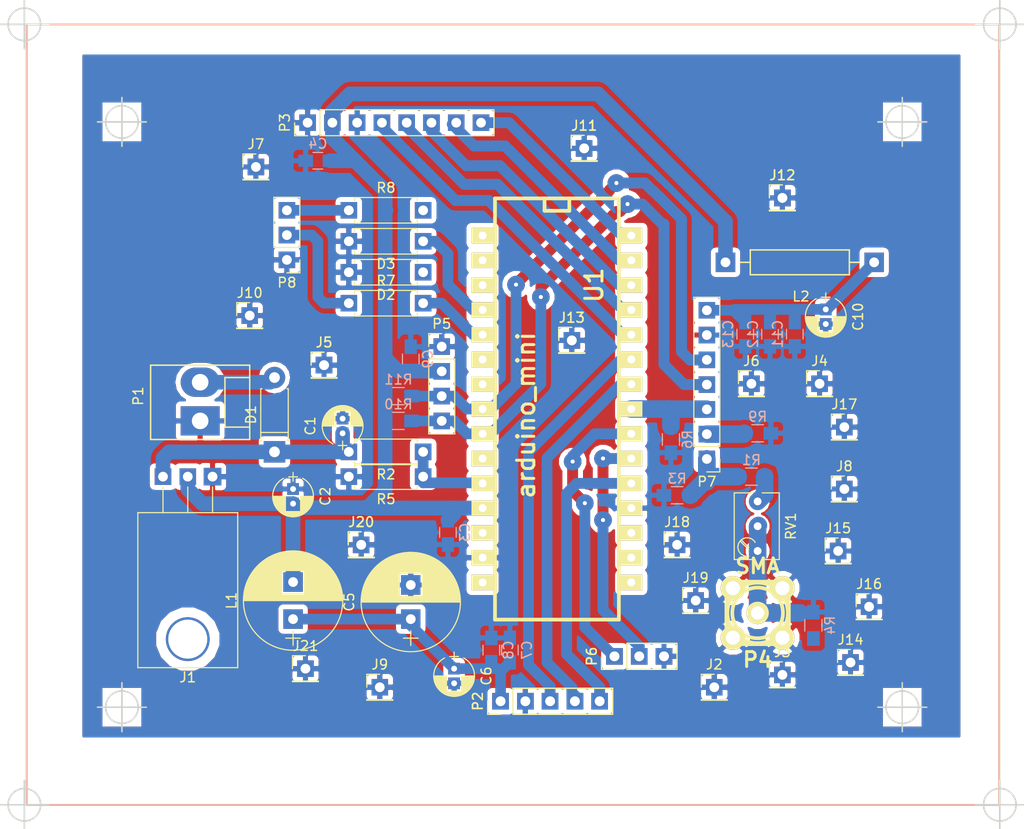
<source format=kicad_pcb>
(kicad_pcb (version 4) (host pcbnew 4.0.7)
  (layers (0 F.Cu signal) (31 B.Cu signal) (34 B.Paste user) (35 F.Paste user) (36 B.SilkS user) (37 F.SilkS user) (38 B.Mask user) (39 F.Mask user) (44 Edge.Cuts user))
  (net 0 "")
  (net 1 VCC)
  (net 2 GND)
  (net 3 +5V)
  (net 4 "Net-(C5-Pad1)")
  (net 5 "Net-(C10-Pad1)")
  (net 6 "Net-(D1-Pad2)")
  (net 7 "Net-(D2-Pad1)")
  (net 8 "Net-(D3-Pad1)")
  (net 9 TX)
  (net 10 RX)
  (net 11 PPS)
  (net 12 "Net-(P3-Pad4)")
  (net 13 "Net-(P3-Pad5)")
  (net 14 "Net-(P3-Pad6)")
  (net 15 "Net-(P3-Pad7)")
  (net 16 "Net-(P3-Pad8)")
  (net 17 "Net-(P4-Pad1)")
  (net 18 SDA)
  (net 19 SCL)
  (net 20 "Net-(P6-Pad1)")
  (net 21 "Net-(P6-Pad2)")
  (net 22 OUT0)
  (net 23 OUT2)
  (net 24 "Net-(P8-Pad2)")
  (net 25 "Net-(R1-Pad1)")
  (net 26 "Net-(R2-Pad1)")
  (net 27 "Net-(P8-Pad3)")
  (net 28 "Net-(P7-Pad2)")
  (module Pin_Headers:Pin_Header_Straight_1x01_Pitch2.54mm (layer F.Cu) (at 88.265 126.365)
    (fp_text reference J13 (at 0 -2.33) (layer F.SilkS))
    (fp_text value Conn_01x01)
    (pad 1 thru_hole rect (at 0 0) (size 1.7 1.7) (drill 1) (layers *.Cu *.Mask) (net 2 GND))
  )
  (module Pin_Headers:Pin_Header_Straight_1x01_Pitch2.54mm (layer F.Cu) (at 66.675 147.32)
    (fp_text reference J20 (at 0 -2.33) (layer F.SilkS))
    (fp_text value Conn_01x01)
    (pad 1 thru_hole rect (at 0 0) (size 1.7 1.7) (drill 1) (layers *.Cu *.Mask) (net 2 GND))
  )
  (module Pin_Headers:Pin_Header_Straight_1x01_Pitch2.54mm (layer F.Cu) (at 115.57 147.955)
    (fp_text reference J15 (at 0 -2.33) (layer F.SilkS))
    (fp_text value Conn_01x01)
    (pad 1 thru_hole rect (at 0 0) (size 1.7 1.7) (drill 1) (layers *.Cu *.Mask) (net 2 GND))
  )
  (module Pin_Headers:Pin_Header_Straight_1x01_Pitch2.54mm (layer F.Cu) (at 116.84 159.385)
    (fp_text reference J14 (at 0 -2.33) (layer F.SilkS))
    (fp_text value Conn_01x01)
    (pad 1 thru_hole rect (at 0 0) (size 1.7 1.7) (drill 1) (layers *.Cu *.Mask) (net 2 GND))
  )
  (module Pin_Headers:Pin_Header_Straight_1x01_Pitch2.54mm (layer F.Cu) (at 109.855 111.76)
    (fp_text reference J12 (at 0 -2.33) (layer F.SilkS))
    (fp_text value Conn_01x01)
    (pad 1 thru_hole rect (at 0 0) (size 1.7 1.7) (drill 1) (layers *.Cu *.Mask) (net 2 GND))
  )
  (module Pin_Headers:Pin_Header_Straight_1x01_Pitch2.54mm (layer F.Cu) (at 89.535 106.68)
    (fp_text reference J11 (at 0 -2.33) (layer F.SilkS))
    (fp_text value Conn_01x01)
    (pad 1 thru_hole rect (at 0 0) (size 1.7 1.7) (drill 1) (layers *.Cu *.Mask) (net 2 GND))
  )
  (module Pin_Headers:Pin_Header_Straight_1x01_Pitch2.54mm (layer F.Cu) (at 106.68 130.81)
    (fp_text reference J6 (at 0 -2.33) (layer F.SilkS))
    (fp_text value Conn_01x01)
    (pad 1 thru_hole rect (at 0 0) (size 1.7 1.7) (drill 1) (layers *.Cu *.Mask) (net 2 GND))
  )
  (module Pin_Headers:Pin_Header_Straight_1x01_Pitch2.54mm (layer F.Cu) (at 62.865 128.905)
    (fp_text reference J5 (at 0 -2.33) (layer F.SilkS))
    (fp_text value Conn_01x01)
    (pad 1 thru_hole rect (at 0 0) (size 1.7 1.7) (drill 1) (layers *.Cu *.Mask) (net 2 GND))
  )
  (module Pin_Headers:Pin_Header_Straight_1x01_Pitch2.54mm (layer F.Cu) (at 109.855 160.655)
    (fp_text reference J3 (at 0 -2.33) (layer F.SilkS))
    (fp_text value Conn_01x01)
    (pad 1 thru_hole rect (at 0 0) (size 1.7 1.7) (drill 1) (layers *.Cu *.Mask) (net 2 GND))
  )
  (module Pin_Headers:Pin_Header_Straight_1x03_Pitch2.54mm (layer F.Cu) (at 92.63888 158.75508 90)
    (fp_text reference P6 (at 0 -2.33 90) (layer F.SilkS))
    (fp_text value CONN_01X03)
    (pad 1 thru_hole rect (at 0 0 90) (size 1.7 1.7) (drill 1) (layers *.Cu *.Mask) (net 20 "Net-(P6-Pad1)"))
    (pad 2 thru_hole rect (at 0 2.54 90) (size 1.7 1.7) (drill 1) (layers *.Cu *.Mask) (net 21 "Net-(P6-Pad2)"))
    (pad 3 thru_hole rect (at 0 5.08 90) (size 1.7 1.7) (drill 1) (layers *.Cu *.Mask) (net 2 GND))
  )
  (module Pin_Headers:Pin_Header_Straight_1x05_Pitch2.54mm (layer F.Cu) (at 80.9625 163.3601 90)
    (fp_text reference P2 (at 0 -2.33 90) (layer F.SilkS))
    (fp_text value GPS)
    (pad 1 thru_hole rect (at 0 0 90) (size 1.7 1.7) (drill 1) (layers *.Cu *.Mask) (net 4 "Net-(C5-Pad1)"))
    (pad 2 thru_hole rect (at 0 2.54 90) (size 1.7 1.7) (drill 1) (layers *.Cu *.Mask) (net 2 GND))
    (pad 3 thru_hole rect (at 0 5.08 90) (size 1.7 1.7) (drill 1) (layers *.Cu *.Mask) (net 9 TX))
    (pad 4 thru_hole rect (at 0 7.62 90) (size 1.7 1.7) (drill 1) (layers *.Cu *.Mask) (net 10 RX))
    (pad 5 thru_hole rect (at 0 10.16 90) (size 1.7 1.7) (drill 1) (layers *.Cu *.Mask) (net 11 PPS))
  )
  (module Capacitors_THT:CP_Radial_D10.0mm_P3.80mm (layer F.Cu) (at 59.69 154.94 90)
    (fp_text reference L1 (at 1.9 -6.31 90) (layer F.SilkS))
    (fp_text value 100uH)
    (pad 1 thru_hole rect (at 0 0 90) (size 2 2) (drill 1) (layers *.Cu *.Mask) (net 4 "Net-(C5-Pad1)"))
    (pad 2 thru_hole rect (at 3.8 0 90) (size 2 2) (drill 1) (layers *.Cu *.Mask) (net 3 +5V))
  )
  (module Capacitors_THT:CP_Radial_D4.0mm_P1.50mm (layer F.Cu) (at 59.69 141.605 270)
    (fp_text reference C2 (at 0.75 -3.31 270) (layer F.SilkS))
    (fp_text value 10uF)
    (pad 1 thru_hole rect (at 0 0 270) (size 1.2 1.2) (drill 0.6) (layers *.Cu *.Mask) (net 2 GND))
    (pad 2 thru_hole rect (at 1.5 0 270) (size 1.2 1.2) (drill 0.6) (layers *.Cu *.Mask) (net 3 +5V))
  )
  (module arduino:arduino_mini (layer F.Cu) (at 86.741 134.6708 270)
    (fp_text reference U1 (at -13.97 -3.81 270) (layer F.SilkS) (effects (font (size 1.778 1.778) (thickness 0.3048))))
    (fp_text value arduino_mini (at -0.635 3.175 270) (layer F.SilkS) (effects (font (size 1.778 1.778) (thickness 0.3048))))
    (pad 1 thru_hole rect (at -19.05 7.62 270) (size 1.5748 2.286) (drill 0.8128) (layers *.Cu *.Mask F.SilkS))
    (pad 2 thru_hole rect (at -16.51 7.62 270) (size 1.5748 2.286) (drill 0.8128) (layers *.Cu *.Mask F.SilkS))
    (pad 3 thru_hole rect (at -13.97 7.62 270) (size 1.5748 2.286) (drill 0.8128) (layers *.Cu *.Mask F.SilkS))
    (pad 4 thru_hole rect (at -11.43 7.62 270) (size 1.5748 2.286) (drill 0.8128) (layers *.Cu *.Mask F.SilkS) (net 8 "Net-(D3-Pad1)"))
    (pad 5 thru_hole rect (at -8.89 7.62 270) (size 1.5748 2.286) (drill 0.8128) (layers *.Cu *.Mask F.SilkS) (net 7 "Net-(D2-Pad1)"))
    (pad 6 thru_hole rect (at -6.35 7.62 270) (size 1.5748 2.286) (drill 0.8128) (layers *.Cu *.Mask F.SilkS))
    (pad 7 thru_hole rect (at -3.81 7.62 270) (size 1.5748 2.286) (drill 0.8128) (layers *.Cu *.Mask F.SilkS))
    (pad 8 thru_hole rect (at -1.27 7.62 270) (size 1.5748 2.286) (drill 0.8128) (layers *.Cu *.Mask F.SilkS) (net 18 SDA))
    (pad 9 thru_hole rect (at 1.27 7.62 270) (size 1.5748 2.286) (drill 0.8128) (layers *.Cu *.Mask F.SilkS) (net 19 SCL))
    (pad 10 thru_hole rect (at 3.81 7.62 270) (size 1.5748 2.286) (drill 0.8128) (layers *.Cu *.Mask F.SilkS))
    (pad 11 thru_hole rect (at 6.35 7.62 270) (size 1.5748 2.286) (drill 0.8128) (layers *.Cu *.Mask F.SilkS) (net 26 "Net-(R2-Pad1)"))
    (pad 12 thru_hole rect (at 8.89 7.62 270) (size 1.5748 2.286) (drill 0.8128) (layers *.Cu *.Mask F.SilkS) (net 3 +5V))
    (pad 13 thru_hole rect (at 11.43 7.62 270) (size 1.5748 2.286) (drill 0.8128) (layers *.Cu *.Mask F.SilkS))
    (pad 14 thru_hole rect (at 13.97 7.62 270) (size 1.5748 2.286) (drill 0.8128) (layers *.Cu *.Mask F.SilkS) (net 2 GND))
    (pad 15 thru_hole rect (at 16.51 7.62 270) (size 1.5748 2.286) (drill 0.8128) (layers *.Cu *.Mask F.SilkS))
    (pad 16 thru_hole rect (at 16.51 -7.62 270) (size 1.5748 2.286) (drill 0.8128) (layers *.Cu *.Mask F.SilkS))
    (pad 17 thru_hole rect (at 13.97 -7.62 270) (size 1.5748 2.286) (drill 0.8128) (layers *.Cu *.Mask F.SilkS))
    (pad 18 thru_hole rect (at 11.43 -7.62 270) (size 1.5748 2.286) (drill 0.8128) (layers *.Cu *.Mask F.SilkS))
    (pad 19 thru_hole rect (at 8.89 -7.62 270) (size 1.5748 2.286) (drill 0.8128) (layers *.Cu *.Mask F.SilkS) (net 2 GND))
    (pad 20 thru_hole rect (at 6.35 -7.62 270) (size 1.5748 2.286) (drill 0.8128) (layers *.Cu *.Mask F.SilkS) (net 11 PPS))
    (pad 21 thru_hole rect (at 3.81 -7.62 270) (size 1.5748 2.286) (drill 0.8128) (layers *.Cu *.Mask F.SilkS) (net 21 "Net-(P6-Pad2)"))
    (pad 22 thru_hole rect (at 1.27 -7.62 270) (size 1.5748 2.286) (drill 0.8128) (layers *.Cu *.Mask F.SilkS) (net 20 "Net-(P6-Pad1)"))
    (pad 23 thru_hole rect (at -1.27 -7.62 270) (size 1.5748 2.286) (drill 0.8128) (layers *.Cu *.Mask F.SilkS) (net 22 OUT0))
    (pad 24 thru_hole rect (at -3.81 -7.62 270) (size 1.5748 2.286) (drill 0.8128) (layers *.Cu *.Mask F.SilkS) (net 10 RX))
    (pad 25 thru_hole rect (at -6.35 -7.62 270) (size 1.5748 2.286) (drill 0.8128) (layers *.Cu *.Mask F.SilkS) (net 9 TX))
    (pad 26 thru_hole rect (at -8.89 -7.62 270) (size 1.5748 2.286) (drill 0.8128) (layers *.Cu *.Mask F.SilkS) (net 12 "Net-(P3-Pad4)"))
    (pad 27 thru_hole rect (at -11.43 -7.62 270) (size 1.5748 2.286) (drill 0.8128) (layers *.Cu *.Mask F.SilkS) (net 13 "Net-(P3-Pad5)"))
    (pad 28 thru_hole rect (at -13.97 -7.62 270) (size 1.5748 2.286) (drill 0.8128) (layers *.Cu *.Mask F.SilkS) (net 14 "Net-(P3-Pad6)"))
    (pad 29 thru_hole rect (at -16.51 -7.62 270) (size 1.5748 2.286) (drill 0.8128) (layers *.Cu *.Mask F.SilkS) (net 15 "Net-(P3-Pad7)"))
    (pad 30 thru_hole rect (at -19.05 -7.62 270) (size 1.5748 2.286) (drill 0.8128) (layers *.Cu *.Mask F.SilkS) (net 16 "Net-(P3-Pad8)"))
  )
  (module Pin_Headers:Pin_Header_Straight_1x04_Pitch2.54mm (layer F.Cu) (at 74.93 127)
    (fp_text reference P5 (at 0 -2.33) (layer F.SilkS))
    (fp_text value LCD)
    (pad 1 thru_hole rect (at 0 0) (size 1.7 1.7) (drill 1) (layers *.Cu *.Mask) (net 2 GND))
    (pad 2 thru_hole rect (at 0 2.54) (size 1.7 1.7) (drill 1) (layers *.Cu *.Mask) (net 3 +5V))
    (pad 3 thru_hole rect (at 0 5.08) (size 1.7 1.7) (drill 1) (layers *.Cu *.Mask) (net 18 SDA))
    (pad 4 thru_hole rect (at 0 7.62) (size 1.7 1.7) (drill 1) (layers *.Cu *.Mask) (net 19 SCL))
  )
  (module Capacitors_THT:CP_Radial_D4.0mm_P1.50mm (layer F.Cu) (at 64.77 135.89 90)
    (fp_text reference C1 (at 0.75 -3.31 90) (layer F.SilkS))
    (fp_text value 10uF)
    (pad 1 thru_hole rect (at 0 0 90) (size 1.2 1.2) (drill 0.6) (layers *.Cu *.Mask) (net 1 VCC))
    (pad 2 thru_hole rect (at 1.5 0 90) (size 1.2 1.2) (drill 0.6) (layers *.Cu *.Mask) (net 2 GND))
  )
  (module Capacitors_THT:CP_Radial_D4.0mm_P1.50mm (layer F.Cu) (at 76.2 160.02 270)
    (fp_text reference C6 (at 0.75 -3.31 270) (layer F.SilkS))
    (fp_text value 1uF)
    (pad 1 thru_hole rect (at 0 0 270) (size 1.2 1.2) (drill 0.6) (layers *.Cu *.Mask) (net 4 "Net-(C5-Pad1)"))
    (pad 2 thru_hole rect (at 1.5 0 270) (size 1.2 1.2) (drill 0.6) (layers *.Cu *.Mask) (net 2 GND))
  )
  (module Capacitors_THT:CP_Radial_D4.0mm_P1.50mm (layer F.Cu) (at 114.3 123.19 270)
    (fp_text reference C10 (at 0.75 -3.31 270) (layer F.SilkS))
    (fp_text value 1uF)
    (pad 1 thru_hole rect (at 0 0 270) (size 1.2 1.2) (drill 0.6) (layers *.Cu *.Mask) (net 5 "Net-(C10-Pad1)"))
    (pad 2 thru_hole rect (at 1.5 0 270) (size 1.2 1.2) (drill 0.6) (layers *.Cu *.Mask) (net 2 GND))
  )
  (module Diodes_THT:D_DO-41_SOD81_P7.62mm_Horizontal (layer F.Cu) (at 57.785 137.795 90)
    (fp_text reference D1 (at 3.81 -2.41 90) (layer F.SilkS))
    (fp_text value D)
    (pad 1 thru_hole rect (at 0 0 90) (size 2.2 2.2) (drill 1.1) (layers *.Cu *.Mask) (net 1 VCC))
    (pad 2 thru_hole oval (at 7.62 0 90) (size 2.2 2.2) (drill 1.1) (layers *.Cu *.Mask) (net 6 "Net-(D1-Pad2)"))
  )
  (module Choke_Axial_ThroughHole:Choke_Horizontal_RM15mm (layer F.Cu) (at 111.76 118.364 180)
    (fp_text reference L2 (at 0 -3.50012 180) (layer F.SilkS))
    (fp_text value VK200)
    (pad 1 thru_hole rect (at -7.50062 0 180) (size 1.99898 1.99898) (drill 1.00076) (layers *.Cu *.Mask) (net 5 "Net-(C10-Pad1)"))
    (pad 2 thru_hole rect (at 7.73938 0 180) (size 1.99898 1.99898) (drill 1.00076) (layers *.Cu *.Mask) (net 3 +5V))
  )
  (module Connectors_Molex:Molex_KK-41791-02_02x3.96mm_Straight (layer F.Cu) (at 50.165 134.62 90)
    (fp_text reference P1 (at 2.54 -6.35 90) (layer F.SilkS))
    (fp_text value Alim)
    (pad 1 thru_hole rect (at 0 0 90) (size 3 4) (drill 1.7) (layers *.Cu *.Mask) (net 2 GND))
    (pad 2 thru_hole oval (at 3.9624 0 90) (size 3 4) (drill 1.7) (layers *.Cu *.Mask) (net 6 "Net-(D1-Pad2)"))
  )
  (module Pin_Headers:Pin_Header_Straight_1x05_Pitch2.54mm (layer F.Cu) (at 80.9625 163.3601 90)
    (fp_text reference P2 (at 0 -2.33 90) (layer F.SilkS))
    (fp_text value GPS)
    (pad 1 thru_hole rect (at 0 0 90) (size 1.7 1.7) (drill 1) (layers *.Cu *.Mask) (net 4 "Net-(C5-Pad1)"))
    (pad 2 thru_hole rect (at 0 2.54 90) (size 1.7 1.7) (drill 1) (layers *.Cu *.Mask) (net 2 GND))
    (pad 3 thru_hole rect (at 0 5.08 90) (size 1.7 1.7) (drill 1) (layers *.Cu *.Mask) (net 9 TX))
    (pad 4 thru_hole rect (at 0 7.62 90) (size 1.7 1.7) (drill 1) (layers *.Cu *.Mask) (net 10 RX))
    (pad 5 thru_hole rect (at 0 10.16 90) (size 1.7 1.7) (drill 1) (layers *.Cu *.Mask) (net 11 PPS))
  )
  (module Pin_Headers:Pin_Header_Straight_1x08_Pitch2.54mm (layer F.Cu) (at 61.17844 104.04856 90)
    (fp_text reference P3 (at 0 -2.33 90) (layer F.SilkS))
    (fp_text value CONN_01X08)
    (pad 1 thru_hole rect (at 0 0 90) (size 1.7 1.7) (drill 1) (layers *.Cu *.Mask) (net 2 GND))
    (pad 2 thru_hole rect (at 0 2.54 90) (size 1.7 1.7) (drill 1) (layers *.Cu *.Mask) (net 3 +5V))
    (pad 3 thru_hole rect (at 0 5.08 90) (size 1.7 1.7) (drill 1) (layers *.Cu *.Mask) (net 2 GND))
    (pad 4 thru_hole rect (at 0 7.62 90) (size 1.7 1.7) (drill 1) (layers *.Cu *.Mask) (net 12 "Net-(P3-Pad4)"))
    (pad 5 thru_hole rect (at 0 10.16 90) (size 1.7 1.7) (drill 1) (layers *.Cu *.Mask) (net 13 "Net-(P3-Pad5)"))
    (pad 6 thru_hole rect (at 0 12.7 90) (size 1.7 1.7) (drill 1) (layers *.Cu *.Mask) (net 14 "Net-(P3-Pad6)"))
    (pad 7 thru_hole rect (at 0 15.24 90) (size 1.7 1.7) (drill 1) (layers *.Cu *.Mask) (net 15 "Net-(P3-Pad7)"))
    (pad 8 thru_hole rect (at 0 17.78 90) (size 1.7 1.7) (drill 1) (layers *.Cu *.Mask) (net 16 "Net-(P3-Pad8)"))
  )
  (module Connectors_RF:sma_straight_32k101-400l5 (layer F.Cu) (at 107.315 154.305)
    (fp_text reference P4 (at 0 4.8) (layer F.SilkS) (effects (font (thickness 0.3048))))
    (fp_text value SMA (at 0 -4.8) (layer F.SilkS) (effects (font (thickness 0.3048))))
    (pad 1 thru_hole circle (at 0 0) (size 2.3 2.3) (drill 1.35) (layers *.Cu *.Mask F.SilkS) (net 17 "Net-(P4-Pad1)"))
    (pad 2 thru_hole circle (at 2.54 -2.54) (size 2.5 2.5) (drill 1.45) (layers *.Cu *.Mask F.SilkS) (net 2 GND))
    (pad 2 thru_hole circle (at -2.54 -2.54) (size 2.5 2.5) (drill 1.45) (layers *.Cu *.Mask F.SilkS) (net 2 GND))
    (pad 2 thru_hole circle (at -2.54 2.54) (size 2.5 2.5) (drill 1.45) (layers *.Cu *.Mask F.SilkS) (net 2 GND))
    (pad 2 thru_hole circle (at 2.54 2.54) (size 2.5 2.5) (drill 1.45) (layers *.Cu *.Mask F.SilkS) (net 2 GND))
  )
  (module Pin_Headers:Pin_Header_Straight_1x03_Pitch2.54mm (layer F.Cu) (at 92.63888 158.75508 90)
    (fp_text reference P6 (at 0 -2.33 90) (layer F.SilkS))
    (fp_text value CONN_01X03)
    (pad 1 thru_hole rect (at 0 0 90) (size 1.7 1.7) (drill 1) (layers *.Cu *.Mask) (net 20 "Net-(P6-Pad1)"))
    (pad 2 thru_hole rect (at 0 2.54 90) (size 1.7 1.7) (drill 1) (layers *.Cu *.Mask) (net 21 "Net-(P6-Pad2)"))
    (pad 3 thru_hole rect (at 0 5.08 90) (size 1.7 1.7) (drill 1) (layers *.Cu *.Mask) (net 2 GND))
  )
  (module Pin_Headers:Pin_Header_Straight_1x07_Pitch2.54mm (layer F.Cu) (at 102.108 138.5189 180)
    (fp_text reference P7 (at 0 -2.33 180) (layer F.SilkS))
    (fp_text value SI5351)
    (pad 1 thru_hole rect (at 0 0 180) (size 1.7 1.7) (drill 1) (layers *.Cu *.Mask) (net 23 OUT2))
    (pad 2 thru_hole rect (at 0 2.54 180) (size 1.7 1.7) (drill 1) (layers *.Cu *.Mask) (net 28 "Net-(P7-Pad2)"))
    (pad 3 thru_hole rect (at 0 5.08 180) (size 1.7 1.7) (drill 1) (layers *.Cu *.Mask) (net 22 OUT0))
    (pad 4 thru_hole rect (at 0 7.62 180) (size 1.7 1.7) (drill 1) (layers *.Cu *.Mask) (net 19 SCL))
    (pad 5 thru_hole rect (at 0 10.16 180) (size 1.7 1.7) (drill 1) (layers *.Cu *.Mask) (net 18 SDA))
    (pad 6 thru_hole rect (at 0 12.7 180) (size 1.7 1.7) (drill 1) (layers *.Cu *.Mask) (net 2 GND))
    (pad 7 thru_hole rect (at 0 15.24 180) (size 1.7 1.7) (drill 1) (layers *.Cu *.Mask) (net 5 "Net-(C10-Pad1)"))
  )
  (module Pin_Headers:Pin_Header_Straight_1x03_Pitch2.54mm (layer F.Cu) (at 59.055 118.11 180)
    (fp_text reference P8 (at 0 -2.33 180) (layer F.SilkS))
    (fp_text value CONN_01X03)
    (pad 1 thru_hole rect (at 0 0 180) (size 1.7 1.7) (drill 1) (layers *.Cu *.Mask) (net 2 GND))
    (pad 2 thru_hole rect (at 0 2.54 180) (size 1.7 1.7) (drill 1) (layers *.Cu *.Mask) (net 24 "Net-(P8-Pad2)"))
    (pad 3 thru_hole rect (at 0 5.08 180) (size 1.7 1.7) (drill 1) (layers *.Cu *.Mask) (net 27 "Net-(P8-Pad3)"))
  )
  (module TO_SOT_Packages_THT:TO-220_Horizontal (layer F.Cu) (at 51.435 140.335 180)
    (fp_text reference J1 (at 2.54 -20.58 180) (layer F.SilkS))
    (fp_text value Conn_01x03)
    (pad "" np_thru_hole circle (at 2.54 -16.66 180) (size 4.5 4.5) (drill 4) (layers *.Cu *.Mask) (clearance 1))
    (pad 1 thru_hole rect (at 0 0 180) (size 1.8 1.8) (drill 1) (layers *.Cu *.Mask) (net 2 GND))
    (pad 2 thru_hole rect (at 2.54 0 180) (size 1.7 1.7) (drill 1) (layers *.Cu *.Mask) (net 3 +5V))
    (pad 3 thru_hole rect (at 5.08 0 180) (size 1.7 1.7) (drill 1) (layers *.Cu *.Mask) (net 1 VCC))
  )
  (module Capacitors_THT:CP_Radial_D10.0mm_P3.50mm (layer F.Cu) (at 71.755 154.94 90)
    (fp_text reference C5 (at 1.75 -6.31 90) (layer F.SilkS))
    (fp_text value 100uF)
    (pad 1 thru_hole rect (at 0 0 90) (size 2 2) (drill 1) (layers *.Cu *.Mask) (net 4 "Net-(C5-Pad1)"))
    (pad 2 thru_hole rect (at 3.5 0 90) (size 2 2) (drill 1) (layers *.Cu *.Mask) (net 2 GND))
  )
  (module Resistors_THT:R_Axial_DIN0207_L6.3mm_D2.5mm_P7.62mm_Horizontal (layer F.Cu) (at 73.025 119.38 180)
    (fp_text reference D2 (at 3.81 -2.31 180) (layer F.SilkS))
    (fp_text value D_Zener)
    (pad 1 thru_hole rect (at 0 0 180) (size 1.7 1.7) (drill 1) (layers *.Cu *.Mask) (net 7 "Net-(D2-Pad1)"))
    (pad 2 thru_hole rect (at 7.62 0 180) (size 1.7 1.7) (drill 1) (layers *.Cu *.Mask) (net 2 GND))
  )
  (module Resistors_THT:R_Axial_DIN0207_L6.3mm_D2.5mm_P7.62mm_Horizontal (layer F.Cu) (at 73.025 116.205 180)
    (fp_text reference D3 (at 3.81 -2.31 180) (layer F.SilkS))
    (fp_text value D_Zener)
    (pad 1 thru_hole rect (at 0 0 180) (size 1.7 1.7) (drill 1) (layers *.Cu *.Mask) (net 8 "Net-(D3-Pad1)"))
    (pad 2 thru_hole rect (at 7.62 0 180) (size 1.7 1.7) (drill 1) (layers *.Cu *.Mask) (net 2 GND))
  )
  (module Pin_Headers:Pin_Header_Straight_1x01_Pitch2.54mm (layer F.Cu) (at 102.87 161.925)
    (fp_text reference J2 (at 0 -2.33) (layer F.SilkS))
    (fp_text value Conn_01x01)
    (pad 1 thru_hole rect (at 0 0) (size 1.7 1.7) (drill 1) (layers *.Cu *.Mask) (net 2 GND))
  )
  (module Pin_Headers:Pin_Header_Straight_1x01_Pitch2.54mm (layer F.Cu) (at 113.665 130.81)
    (fp_text reference J4 (at 0 -2.33) (layer F.SilkS))
    (fp_text value Conn_01x01)
    (pad 1 thru_hole rect (at 0 0) (size 1.7 1.7) (drill 1) (layers *.Cu *.Mask) (net 2 GND))
  )
  (module Pin_Headers:Pin_Header_Straight_1x01_Pitch2.54mm (layer F.Cu) (at 62.865 128.905)
    (fp_text reference J5 (at 0 -2.33) (layer F.SilkS))
    (fp_text value Conn_01x01)
    (pad 1 thru_hole rect (at 0 0) (size 1.7 1.7) (drill 1) (layers *.Cu *.Mask) (net 2 GND))
  )
  (module Pin_Headers:Pin_Header_Straight_1x01_Pitch2.54mm (layer F.Cu) (at 55.88 108.585)
    (fp_text reference J7 (at 0 -2.33) (layer F.SilkS))
    (fp_text value Conn_01x01)
    (pad 1 thru_hole rect (at 0 0) (size 1.7 1.7) (drill 1) (layers *.Cu *.Mask) (net 2 GND))
  )
  (module Pin_Headers:Pin_Header_Straight_1x01_Pitch2.54mm (layer F.Cu) (at 116.205 141.605)
    (fp_text reference J8 (at 0 -2.33) (layer F.SilkS))
    (fp_text value Conn_01x01)
    (pad 1 thru_hole rect (at 0 0) (size 1.7 1.7) (drill 1) (layers *.Cu *.Mask) (net 2 GND))
  )
  (module Pin_Headers:Pin_Header_Straight_1x01_Pitch2.54mm (layer F.Cu) (at 68.58 161.925)
    (fp_text reference J9 (at 0 -2.33) (layer F.SilkS))
    (fp_text value Conn_01x01)
    (pad 1 thru_hole rect (at 0 0) (size 1.7 1.7) (drill 1) (layers *.Cu *.Mask) (net 2 GND))
  )
  (module Pin_Headers:Pin_Header_Straight_1x01_Pitch2.54mm (layer F.Cu) (at 55.245 123.825)
    (fp_text reference J10 (at 0 -2.33) (layer F.SilkS))
    (fp_text value Conn_01x01)
    (pad 1 thru_hole rect (at 0 0) (size 1.7 1.7) (drill 1) (layers *.Cu *.Mask) (net 2 GND))
  )
  (module Pin_Headers:Pin_Header_Straight_1x01_Pitch2.54mm (layer F.Cu) (at 89.535 106.68)
    (fp_text reference J11 (at 0 -2.33) (layer F.SilkS))
    (fp_text value Conn_01x01)
    (pad 1 thru_hole rect (at 0 0) (size 1.7 1.7) (drill 1) (layers *.Cu *.Mask) (net 2 GND))
  )
  (module Pin_Headers:Pin_Header_Straight_1x01_Pitch2.54mm (layer F.Cu) (at 109.855 111.76)
    (fp_text reference J12 (at 0 -2.33) (layer F.SilkS))
    (fp_text value Conn_01x01)
    (pad 1 thru_hole rect (at 0 0) (size 1.7 1.7) (drill 1) (layers *.Cu *.Mask) (net 2 GND))
  )
  (module Pin_Headers:Pin_Header_Straight_1x01_Pitch2.54mm (layer F.Cu) (at 88.265 126.365)
    (fp_text reference J13 (at 0 -2.33) (layer F.SilkS))
    (fp_text value Conn_01x01)
    (pad 1 thru_hole rect (at 0 0) (size 1.7 1.7) (drill 1) (layers *.Cu *.Mask) (net 2 GND))
  )
  (module Pin_Headers:Pin_Header_Straight_1x01_Pitch2.54mm (layer F.Cu) (at 118.745 153.67)
    (fp_text reference J16 (at 0 -2.33) (layer F.SilkS))
    (fp_text value Conn_01x01)
    (pad 1 thru_hole rect (at 0 0) (size 1.7 1.7) (drill 1) (layers *.Cu *.Mask) (net 2 GND))
  )
  (module Pin_Headers:Pin_Header_Straight_1x01_Pitch2.54mm (layer F.Cu) (at 116.205 135.255)
    (fp_text reference J17 (at 0 -2.33) (layer F.SilkS))
    (fp_text value Conn_01x01)
    (pad 1 thru_hole rect (at 0 0) (size 1.7 1.7) (drill 1) (layers *.Cu *.Mask) (net 2 GND))
  )
  (module Pin_Headers:Pin_Header_Straight_1x01_Pitch2.54mm (layer F.Cu) (at 99.06 147.32)
    (fp_text reference J18 (at 0 -2.33) (layer F.SilkS))
    (fp_text value Conn_01x01)
    (pad 1 thru_hole rect (at 0 0) (size 1.7 1.7) (drill 1) (layers *.Cu *.Mask) (net 2 GND))
  )
  (module Pin_Headers:Pin_Header_Straight_1x01_Pitch2.54mm (layer F.Cu) (at 100.965 153.035)
    (fp_text reference J19 (at 0 -2.33) (layer F.SilkS))
    (fp_text value Conn_01x01)
    (pad 1 thru_hole rect (at 0 0) (size 1.7 1.7) (drill 1) (layers *.Cu *.Mask) (net 2 GND))
  )
  (module Pin_Headers:Pin_Header_Straight_1x01_Pitch2.54mm (layer F.Cu) (at 66.675 147.32)
    (fp_text reference J20 (at 0 -2.33) (layer F.SilkS))
    (fp_text value Conn_01x01)
    (pad 1 thru_hole rect (at 0 0) (size 1.7 1.7) (drill 1) (layers *.Cu *.Mask) (net 2 GND))
  )
  (module Pin_Headers:Pin_Header_Straight_1x01_Pitch2.54mm (layer F.Cu) (at 60.96 160.02)
    (fp_text reference J21 (at 0 -2.33) (layer F.SilkS))
    (fp_text value Conn_01x01)
    (pad 1 thru_hole rect (at 0 0) (size 1.7 1.7) (drill 1) (layers *.Cu *.Mask) (net 2 GND))
  )
  (module Capacitors_SMD:C_0805_HandSoldering (layer B.Cu) (at 75.565 146.05 90)
    (fp_text reference C3 (at 0 1.75 90) (layer B.SilkS) (effects (justify mirror)))
    (fp_text value 100nF)
    (pad 1 smd rect (at -1.25 0 90) (size 1.5 1.25) (layers B.Cu B.Paste B.Mask) (net 2 GND))
    (pad 2 smd rect (at 1.25 0 90) (size 1.5 1.25) (layers B.Cu B.Paste B.Mask) (net 3 +5V))
  )
  (module Capacitors_SMD:C_0805_HandSoldering (layer B.Cu) (at 62.23 107.95 180)
    (fp_text reference C4 (at 0 1.75 180) (layer B.SilkS) (effects (justify mirror)))
    (fp_text value 100nF)
    (pad 1 smd rect (at -1.25 0 180) (size 1.5 1.25) (layers B.Cu B.Paste B.Mask) (net 3 +5V))
    (pad 2 smd rect (at 1.25 0 180) (size 1.5 1.25) (layers B.Cu B.Paste B.Mask) (net 2 GND))
  )
  (module Capacitors_SMD:C_0805_HandSoldering (layer B.Cu) (at 81.915 158.115 90)
    (fp_text reference C7 (at 0 1.75 90) (layer B.SilkS) (effects (justify mirror)))
    (fp_text value 100nF)
    (pad 1 smd rect (at -1.25 0 90) (size 1.5 1.25) (layers B.Cu B.Paste B.Mask) (net 4 "Net-(C5-Pad1)"))
    (pad 2 smd rect (at 1.25 0 90) (size 1.5 1.25) (layers B.Cu B.Paste B.Mask) (net 2 GND))
  )
  (module Capacitors_SMD:C_0805_HandSoldering (layer B.Cu) (at 80.01 158.115 90)
    (fp_text reference C8 (at 0 1.75 90) (layer B.SilkS) (effects (justify mirror)))
    (fp_text value 10nF)
    (pad 1 smd rect (at -1.25 0 90) (size 1.5 1.25) (layers B.Cu B.Paste B.Mask) (net 4 "Net-(C5-Pad1)"))
    (pad 2 smd rect (at 1.25 0 90) (size 1.5 1.25) (layers B.Cu B.Paste B.Mask) (net 2 GND))
  )
  (module Capacitors_SMD:C_0805_HandSoldering (layer B.Cu) (at 71.755 128.27 90)
    (fp_text reference C9 (at 0 1.75 90) (layer B.SilkS) (effects (justify mirror)))
    (fp_text value 100nF)
    (pad 1 smd rect (at -1.25 0 90) (size 1.5 1.25) (layers B.Cu B.Paste B.Mask) (net 3 +5V))
    (pad 2 smd rect (at 1.25 0 90) (size 1.5 1.25) (layers B.Cu B.Paste B.Mask) (net 2 GND))
  )
  (module Capacitors_SMD:C_0805_HandSoldering (layer B.Cu) (at 111.125 125.73 270)
    (fp_text reference C11 (at 0 1.75 270) (layer B.SilkS) (effects (justify mirror)))
    (fp_text value 100nF)
    (pad 1 smd rect (at -1.25 0 270) (size 1.5 1.25) (layers B.Cu B.Paste B.Mask) (net 5 "Net-(C10-Pad1)"))
    (pad 2 smd rect (at 1.25 0 270) (size 1.5 1.25) (layers B.Cu B.Paste B.Mask) (net 2 GND))
  )
  (module Capacitors_SMD:C_0805_HandSoldering (layer B.Cu) (at 108.585 125.73 270)
    (fp_text reference C12 (at 0 1.75 270) (layer B.SilkS) (effects (justify mirror)))
    (fp_text value 10nF)
    (pad 1 smd rect (at -1.25 0 270) (size 1.5 1.25) (layers B.Cu B.Paste B.Mask) (net 5 "Net-(C10-Pad1)"))
    (pad 2 smd rect (at 1.25 0 270) (size 1.5 1.25) (layers B.Cu B.Paste B.Mask) (net 2 GND))
  )
  (module Capacitors_SMD:C_0805_HandSoldering (layer B.Cu) (at 106.045 125.73 270)
    (fp_text reference C13 (at 0 1.75 270) (layer B.SilkS) (effects (justify mirror)))
    (fp_text value 1nF)
    (pad 1 smd rect (at -1.25 0 270) (size 1.5 1.25) (layers B.Cu B.Paste B.Mask) (net 5 "Net-(C10-Pad1)"))
    (pad 2 smd rect (at 1.25 0 270) (size 1.5 1.25) (layers B.Cu B.Paste B.Mask) (net 2 GND))
  )
  (module Resistors_SMD:R_0805_HandSoldering (layer B.Cu) (at 70.485 134.62 180)
    (fp_text reference R10 (at 0 1.7 180) (layer B.SilkS) (effects (justify mirror)))
    (fp_text value 5k)
    (pad 1 smd rect (at -1.35 0 180) (size 1.5 1.3) (layers B.Cu B.Paste B.Mask) (net 19 SCL))
    (pad 2 smd rect (at 1.35 0 180) (size 1.5 1.3) (layers B.Cu B.Paste B.Mask) (net 3 +5V))
  )
  (module Resistors_SMD:R_0805_HandSoldering (layer B.Cu) (at 70.485 132.08 180)
    (fp_text reference R11 (at 0 1.7 180) (layer B.SilkS) (effects (justify mirror)))
    (fp_text value 5k)
    (pad 1 smd rect (at -1.35 0 180) (size 1.5 1.3) (layers B.Cu B.Paste B.Mask) (net 18 SDA))
    (pad 2 smd rect (at 1.35 0 180) (size 1.5 1.3) (layers B.Cu B.Paste B.Mask) (net 3 +5V))
  )
  (module Potentiometers:Potentiometer_Trimmer_Bourns_3266Y (layer F.Cu) (at 107.315 147.955 270)
    (fp_text reference RV1 (at -2.54 -3.41 270) (layer F.SilkS))
    (fp_text value 1k)
    (pad 1 thru_hole circle (at 0 0 270) (size 1.44 1.44) (drill 0.8) (layers *.Cu *.Mask) (net 17 "Net-(P4-Pad1)"))
    (pad 2 thru_hole circle (at -2.54 0 270) (size 1.44 1.44) (drill 0.8) (layers *.Cu *.Mask) (net 17 "Net-(P4-Pad1)"))
    (pad 3 thru_hole circle (at -5.08 0 270) (size 1.44 1.44) (drill 0.8) (layers *.Cu *.Mask) (net 25 "Net-(R1-Pad1)"))
  )
  (module Resistors_SMD:R_0805_HandSoldering (layer B.Cu) (at 106.68 140.335 180)
    (fp_text reference R1 (at 0 1.7 180) (layer B.SilkS) (effects (justify mirror)))
    (fp_text value 470)
    (pad 1 smd rect (at -1.35 0 180) (size 1.5 1.3) (layers B.Cu B.Paste B.Mask) (net 25 "Net-(R1-Pad1)"))
    (pad 2 smd rect (at 1.35 0 180) (size 1.5 1.3) (layers B.Cu B.Paste B.Mask) (net 23 OUT2))
  )
  (module Resistors_SMD:R_0805_HandSoldering (layer B.Cu) (at 99.06 142.24 180)
    (fp_text reference R3 (at 0 1.7 180) (layer B.SilkS) (effects (justify mirror)))
    (fp_text value 100)
    (pad 1 smd rect (at -1.35 0 180) (size 1.5 1.3) (layers B.Cu B.Paste B.Mask) (net 23 OUT2))
    (pad 2 smd rect (at 1.35 0 180) (size 1.5 1.3) (layers B.Cu B.Paste B.Mask) (net 2 GND))
  )
  (module Resistors_SMD:R_0805_HandSoldering (layer B.Cu) (at 113.03 155.575 90)
    (fp_text reference R4 (at 0 1.7 90) (layer B.SilkS) (effects (justify mirror)))
    (fp_text value 47)
    (pad 1 smd rect (at -1.35 0 90) (size 1.5 1.3) (layers B.Cu B.Paste B.Mask) (net 17 "Net-(P4-Pad1)"))
    (pad 2 smd rect (at 1.35 0 90) (size 1.5 1.3) (layers B.Cu B.Paste B.Mask) (net 2 GND))
  )
  (module Resistors_SMD:R_0805_HandSoldering (layer B.Cu) (at 107.315 135.89 180)
    (fp_text reference R9 (at 0 1.7 180) (layer B.SilkS) (effects (justify mirror)))
    (fp_text value 1k)
    (pad 1 smd rect (at -1.35 0 180) (size 1.5 1.3) (layers B.Cu B.Paste B.Mask) (net 2 GND))
    (pad 2 smd rect (at 1.35 0 180) (size 1.5 1.3) (layers B.Cu B.Paste B.Mask) (net 28 "Net-(P7-Pad2)"))
  )
  (module Resistors_SMD:R_0805_HandSoldering (layer B.Cu) (at 98.425 136.525 90)
    (fp_text reference R6 (at 0 1.7 90) (layer B.SilkS) (effects (justify mirror)))
    (fp_text value 1k)
    (pad 1 smd rect (at -1.35 0 90) (size 1.5 1.3) (layers B.Cu B.Paste B.Mask) (net 2 GND))
    (pad 2 smd rect (at 1.35 0 90) (size 1.5 1.3) (layers B.Cu B.Paste B.Mask) (net 22 OUT0))
  )
  (module Resistors_THT:R_Axial_DIN0207_L6.3mm_D2.5mm_P7.62mm_Horizontal (layer F.Cu) (at 65.405 122.555)
    (fp_text reference R7 (at 3.81 -2.31) (layer F.SilkS))
    (fp_text value R)
    (pad 1 thru_hole rect (at 0 0) (size 1.7 1.7) (drill 1) (layers *.Cu *.Mask) (net 24 "Net-(P8-Pad2)"))
    (pad 2 thru_hole rect (at 7.62 0) (size 1.7 1.7) (drill 1) (layers *.Cu *.Mask) (net 7 "Net-(D2-Pad1)"))
  )
  (module Resistors_THT:R_Axial_DIN0207_L6.3mm_D2.5mm_P7.62mm_Horizontal (layer F.Cu) (at 65.405 113.03)
    (fp_text reference R8 (at 3.81 -2.31) (layer F.SilkS))
    (fp_text value R)
    (pad 1 thru_hole rect (at 0 0) (size 1.7 1.7) (drill 1) (layers *.Cu *.Mask) (net 27 "Net-(P8-Pad3)"))
    (pad 2 thru_hole rect (at 7.62 0) (size 1.7 1.7) (drill 1) (layers *.Cu *.Mask) (net 8 "Net-(D3-Pad1)"))
  )
  (module Resistors_THT:R_Axial_DIN0207_L6.3mm_D2.5mm_P7.62mm_Horizontal (layer F.Cu) (at 73.025 137.795 180)
    (fp_text reference R2 (at 3.81 -2.31 180) (layer F.SilkS))
    (fp_text value 10k)
    (pad 1 thru_hole rect (at 0 0 180) (size 1.7 1.7) (drill 1) (layers *.Cu *.Mask) (net 26 "Net-(R2-Pad1)"))
    (pad 2 thru_hole rect (at 7.62 0 180) (size 1.7 1.7) (drill 1) (layers *.Cu *.Mask) (net 1 VCC))
  )
  (module Resistors_THT:R_Axial_DIN0207_L6.3mm_D2.5mm_P7.62mm_Horizontal (layer F.Cu) (at 73.025 140.335 180)
    (fp_text reference R5 (at 3.81 -2.31 180) (layer F.SilkS))
    (fp_text value 10k)
    (pad 1 thru_hole rect (at 0 0 180) (size 1.7 1.7) (drill 1) (layers *.Cu *.Mask) (net 26 "Net-(R2-Pad1)"))
    (pad 2 thru_hole rect (at 7.62 0 180) (size 1.7 1.7) (drill 1) (layers *.Cu *.Mask) (net 2 GND))
  )
  (gr_line (start 32.385 173.99) (end 32.385 93.98) (angle 90) (layer B.SilkS) (width 0.2))
  (gr_line (start 132.08 173.99) (end 32.385 173.99) (angle 90) (layer B.SilkS) (width 0.2))
  (gr_line (start 132.08 93.98) (end 132.08 173.99) (angle 90) (layer B.SilkS) (width 0.2))
  (gr_line (start 32.385 93.98) (end 132.08 93.98) (angle 90) (layer B.SilkS) (width 0.2))
  (gr_line (start 32.385 94.615) (end 32.385 93.98) (angle 90) (layer F.SilkS) (width 0.2))
  (gr_line (start 32.385 173.99) (end 32.385 94.615) (angle 90) (layer F.SilkS) (width 0.2))
  (gr_line (start 132.08 173.99) (end 32.385 173.99) (angle 90) (layer F.SilkS) (width 0.2))
  (gr_line (start 132.08 93.98) (end 132.08 173.99) (angle 90) (layer F.SilkS) (width 0.2))
  (gr_line (start 32.385 93.98) (end 132.08 93.98) (angle 90) (layer F.SilkS) (width 0.2))
  (target plus (at 122.145 163.97) (size 5) (width 0.15) (layer Edge.Cuts))
  (target plus (at 42.145 163.97) (size 5) (width 0.15) (layer Edge.Cuts))
  (target plus (at 42.145 103.97) (size 5) (width 0.15) (layer Edge.Cuts))
  (target plus (at 122.145 103.97) (size 5) (width 0.15) (layer Edge.Cuts))
  (target plus (at 32.145 93.97) (size 5) (width 0.15) (layer Edge.Cuts))
  (target plus (at 32.145 173.97) (size 5) (width 0.15) (layer Edge.Cuts))
  (target plus (at 132.145 173.97) (size 5) (width 0.15) (layer Edge.Cuts))
  (target plus (at 132.145 93.97) (size 5) (width 0.15) (layer Edge.Cuts))
  (target plus (at 132.145 93.97) (size 5) (width 0.15) (layer Edge.Cuts))
  (target plus (at 132.145 173.97) (size 5) (width 0.15) (layer Edge.Cuts))
  (target plus (at 32.145 173.97) (size 5) (width 0.15) (layer Edge.Cuts))
  (target plus (at 32.145 93.97) (size 5) (width 0.15) (layer Edge.Cuts))
  (gr_text "F4HTB 2017\nWSPR Beacon\nV1.2\n" (at 47.16272 115.316 270) (layer F.Cu) (effects (font (size 1.5 1.5) (thickness 0.375))))
  (target plus (at 122.145 103.97) (size 5) (width 0.15) (layer Edge.Cuts))
  (target plus (at 42.145 103.97) (size 5) (width 0.15) (layer Edge.Cuts))
  (target plus (at 42.145 163.97) (size 5) (width 0.15) (layer Edge.Cuts))
  (target plus (at 122.145 163.97) (size 5) (width 0.15) (layer Edge.Cuts))
  (segment (start 65.405 137.795) (end 64.77 137.795) (width 1.5) (layer B.Cu) (net 1))
  (segment (start 46.355 140.335) (end 46.355 138.43) (width 1.5) (layer B.Cu) (net 1))
  (segment (start 48.26 137.795) (end 57.785 137.795) (width 1.5) (layer B.Cu) (net 1))
  (segment (start 46.99 137.795) (end 48.26 137.795) (width 1.5) (layer B.Cu) (net 1))
  (segment (start 46.355 138.43) (end 46.99 137.795) (width 1.5) (layer B.Cu) (net 1))
  (segment (start 57.785 137.795) (end 64.77 137.795) (width 1.5) (layer B.Cu) (net 1))
  (segment (start 64.77 135.89) (end 64.77 137.795) (width 1.5) (layer B.Cu) (net 1))
  (segment (start 113.03 154.225) (end 111.76 154.225) (width 1.1) (layer B.Cu) (net 2))
  (segment (start 111.76 154.225) (end 111.68 154.305) (width 1.1) (layer B.Cu) (net 2))
  (segment (start 90.805 101.092) (end 90.932 101.092) (width 1.5) (layer B.Cu) (net 3))
  (segment (start 104.02062 114.18062) (end 104.02062 118.364) (width 1.5) (layer B.Cu) (net 3))
  (segment (start 90.932 101.092) (end 104.02062 114.18062) (width 1.5) (layer B.Cu) (net 3))
  (segment (start 63.48 107.95) (end 66.04 107.95) (width 1.5) (layer B.Cu) (net 3))
  (segment (start 65.405 107.95) (end 65.405 107.315) (width 1.5) (layer B.Cu) (net 3))
  (segment (start 66.04 107.95) (end 65.405 107.95) (width 1.5) (layer B.Cu) (net 3))
  (segment (start 69.135 113.11) (end 69.135 111.045) (width 1.5) (layer B.Cu) (net 3))
  (segment (start 63.71844 105.62844) (end 63.71844 104.04856) (width 1.5) (layer B.Cu) (net 3))
  (segment (start 69.135 111.045) (end 65.405 107.315) (width 1.5) (layer B.Cu) (net 3))
  (segment (start 65.405 107.315) (end 64.77 106.68) (width 1.5) (layer B.Cu) (net 3))
  (segment (start 64.77 106.68) (end 63.71844 105.62844) (width 1.5) (layer B.Cu) (net 3))
  (segment (start 69.135 127.682) (end 69.135 113.11) (width 1.5) (layer B.Cu) (net 3))
  (segment (start 69.135 113.11) (end 69.215 113.03) (width 1.5) (layer B.Cu) (net 3))
  (segment (start 59.69 151.14) (end 59.69 143.105) (width 1.5) (layer B.Cu) (net 3))
  (segment (start 59.69 143.105) (end 50.395 143.105) (width 1.5) (layer B.Cu) (net 3))
  (segment (start 48.895 141.605) (end 48.895 140.335) (width 1.5) (layer B.Cu) (net 3))
  (segment (start 50.395 143.105) (end 48.895 141.605) (width 1.5) (layer B.Cu) (net 3))
  (segment (start 67.31 143.51) (end 60.095 143.51) (width 1.5) (layer B.Cu) (net 3))
  (segment (start 60.095 143.51) (end 59.69 143.105) (width 1.5) (layer B.Cu) (net 3))
  (segment (start 76.2 143.5627) (end 76.2 144.165) (width 1.5) (layer B.Cu) (net 3))
  (segment (start 76.2 144.165) (end 75.565 144.8) (width 1.5) (layer B.Cu) (net 3))
  (segment (start 69.135 127.682) (end 69.135 128.19) (width 1.5) (layer B.Cu) (net 3))
  (segment (start 70.465 129.52) (end 71.755 129.52) (width 1.5) (layer B.Cu) (net 3))
  (segment (start 69.135 128.19) (end 70.465 129.52) (width 1.5) (layer B.Cu) (net 3))
  (segment (start 69.135 132.08) (end 69.135 127.682) (width 1.5) (layer B.Cu) (net 3))
  (segment (start 69.135 134.62) (end 69.135 132.08) (width 1.5) (layer B.Cu) (net 3))
  (segment (start 67.31 143.5627) (end 67.31 143.51) (width 1.5) (layer B.Cu) (net 3))
  (segment (start 69.135 141.685) (end 69.135 134.62) (width 1.5) (layer B.Cu) (net 3))
  (segment (start 67.31 143.51) (end 69.135 141.685) (width 1.5) (layer B.Cu) (net 3))
  (segment (start 71.755 129.52) (end 74.91 129.52) (width 1.5) (layer B.Cu) (net 3))
  (segment (start 74.91 129.52) (end 74.93 129.54) (width 1.5) (layer B.Cu) (net 3))
  (segment (start 68.3133 143.5627) (end 67.31 143.5627) (width 1.5) (layer B.Cu) (net 3))
  (segment (start 67.31 143.5627) (end 67.9977 143.5627) (width 1.5) (layer B.Cu) (net 3))
  (segment (start 79.1191 143.5627) (end 79.121 143.5608) (width 1.5) (layer B.Cu) (net 3))
  (segment (start 76.0857 143.5627) (end 76.2 143.5627) (width 1.5) (layer B.Cu) (net 3))
  (segment (start 76.2 143.5627) (end 79.1191 143.5627) (width 1.5) (layer B.Cu) (net 3))
  (segment (start 71.28574 143.5627) (end 68.3133 143.5627) (width 1.5) (layer B.Cu) (net 3))
  (segment (start 76.0857 143.5627) (end 71.28574 143.5627) (width 1.5) (layer B.Cu) (net 3))
  (segment (start 68.3133 143.5627) (end 69.56108 143.5627) (width 1.5) (layer B.Cu) (net 3))
  (segment (start 65.532 101.092) (end 90.805 101.092) (width 1.5) (layer B.Cu) (net 3))
  (segment (start 63.71844 102.90556) (end 65.532 101.092) (width 1.5) (layer B.Cu) (net 3))
  (segment (start 63.71844 104.04856) (end 63.71844 102.90556) (width 1.5) (layer B.Cu) (net 3))
  (segment (start 63.71844 104.04856) (end 63.71844 102.90556) (width 1.5) (layer B.Cu) (net 3))
  (segment (start 63.71844 102.90556) (end 65.532 101.092) (width 1.5) (layer B.Cu) (net 3))
  (segment (start 65.532 101.092) (end 90.805 101.092) (width 1.5) (layer B.Cu) (net 3))
  (segment (start 68.3133 143.5627) (end 69.56108 143.5627) (width 1.5) (layer B.Cu) (net 3))
  (segment (start 76.0857 143.5627) (end 71.28574 143.5627) (width 1.5) (layer B.Cu) (net 3))
  (segment (start 71.28574 143.5627) (end 68.3133 143.5627) (width 1.5) (layer B.Cu) (net 3))
  (segment (start 76.0857 143.5627) (end 79.1191 143.5627) (width 1.5) (layer B.Cu) (net 3))
  (segment (start 79.1191 143.5627) (end 79.121 143.5608) (width 1.5) (layer B.Cu) (net 3))
  (segment (start 76.2 160.02) (end 80.665 160.02) (width 1.1) (layer B.Cu) (net 4))
  (segment (start 80.665 160.02) (end 80.9625 160.3175) (width 1.1) (layer B.Cu) (net 4))
  (segment (start 80.9625 163.3601) (end 80.9625 160.3175) (width 1.1) (layer B.Cu) (net 4))
  (segment (start 80.9625 160.3175) (end 81.915 159.365) (width 1.1) (layer B.Cu) (net 4))
  (segment (start 71.755 154.94) (end 71.755 155.575) (width 1.1) (layer B.Cu) (net 4))
  (segment (start 71.755 155.575) (end 76.2 160.02) (width 1.1) (layer B.Cu) (net 4))
  (segment (start 59.69 154.94) (end 71.755 154.94) (width 1.1) (layer B.Cu) (net 4))
  (segment (start 114.3 123.19) (end 114.43462 123.19) (width 1.1) (layer B.Cu) (net 5))
  (segment (start 114.43462 123.19) (end 119.26062 118.364) (width 1.1) (layer B.Cu) (net 5))
  (segment (start 114.3 123.19) (end 104.9328 123.19) (width 1.1) (layer B.Cu) (net 5))
  (segment (start 104.9328 123.19) (end 104.8439 123.2789) (width 1.1) (layer B.Cu) (net 5))
  (segment (start 102.108 123.2789) (end 104.8439 123.2789) (width 1.1) (layer B.Cu) (net 5))
  (segment (start 104.8439 123.2789) (end 106.045 124.48) (width 1.1) (layer B.Cu) (net 5))
  (segment (start 50.165 130.6576) (end 57.3024 130.6576) (width 1.5) (layer B.Cu) (net 6))
  (segment (start 57.3024 130.6576) (end 57.785 130.175) (width 1.5) (layer B.Cu) (net 6))
  (segment (start 79.121 125.7808) (end 78.1558 125.7808) (width 1.1) (layer B.Cu) (net 7))
  (segment (start 78.1558 125.7808) (end 74.93 122.555) (width 1.1) (layer B.Cu) (net 7))
  (segment (start 74.93 122.555) (end 73.025 122.555) (width 1.1) (layer B.Cu) (net 7))
  (segment (start 78.5876 125.7808) (end 79.121 125.7808) (width 1.1) (layer B.Cu) (net 7))
  (segment (start 78.5876 125.7808) (end 79.121 125.7808) (width 1.1) (layer B.Cu) (net 7))
  (segment (start 79.121 123.2408) (end 78.1558 123.2408) (width 1.1) (layer B.Cu) (net 8))
  (segment (start 78.1558 123.2408) (end 75.565 120.65) (width 1.1) (layer B.Cu) (net 8))
  (segment (start 74.295 116.205) (end 73.025 116.205) (width 1.1) (layer B.Cu) (net 8))
  (segment (start 75.565 117.475) (end 74.295 116.205) (width 1.1) (layer B.Cu) (net 8))
  (segment (start 75.565 120.65) (end 75.565 117.475) (width 1.1) (layer B.Cu) (net 8))
  (segment (start 79.121 123.2408) (end 78.5368 123.2408) (width 1.1) (layer B.Cu) (net 8))
  (segment (start 79.121 123.2408) (end 78.5368 123.2408) (width 1.1) (layer B.Cu) (net 8))
  (segment (start 83.82 159.6263) (end 86.0425 161.8488) (width 1.1) (layer B.Cu) (net 9))
  (segment (start 83.82 137.795) (end 83.82 159.6263) (width 1.1) (layer B.Cu) (net 9))
  (segment (start 93.2942 128.3208) (end 83.82 137.795) (width 1.1) (layer B.Cu) (net 9))
  (segment (start 86.0425 163.3601) (end 86.0425 162.94862) (width 1.1) (layer B.Cu) (net 9))
  (segment (start 86.0425 163.3601) (end 86.0425 162.99942) (width 1.1) (layer B.Cu) (net 9))
  (segment (start 86.0425 163.3601) (end 86.0425 161.8488) (width 1.1) (layer B.Cu) (net 9))
  (segment (start 86.0425 163.3601) (end 86.0425 161.8488) (width 1.1) (layer B.Cu) (net 9))
  (segment (start 86.0425 163.3601) (end 86.0425 162.99942) (width 1.1) (layer B.Cu) (net 9))
  (segment (start 86.0425 163.3601) (end 86.0425 162.94862) (width 1.1) (layer B.Cu) (net 9))
  (segment (start 94.361 130.8608) (end 93.2942 130.8608) (width 1.1) (layer B.Cu) (net 10))
  (segment (start 93.2942 130.8608) (end 93.0402 131.1148) (width 1.1) (layer B.Cu) (net 10))
  (segment (start 93.0402 131.1148) (end 85.725 138.43) (width 1.1) (layer B.Cu) (net 10))
  (segment (start 88.265 161.925) (end 88.265 163.0426) (width 1.1) (layer B.Cu) (net 10))
  (segment (start 88.265 163.0426) (end 88.5825 163.3601) (width 1.1) (layer B.Cu) (net 10))
  (segment (start 85.725 159.385) (end 85.725 138.43) (width 1.1) (layer B.Cu) (net 10))
  (segment (start 88.265 161.925) (end 85.725 159.385) (width 1.1) (layer B.Cu) (net 10))
  (segment (start 88.2904 161.9504) (end 88.265 161.925) (width 1.1) (layer B.Cu) (net 10))
  (segment (start 88.5825 163.3601) (end 88.5825 162.74542) (width 1.1) (layer B.Cu) (net 10))
  (segment (start 88.5825 163.3601) (end 88.5825 162.74542) (width 1.1) (layer B.Cu) (net 10))
  (segment (start 91.1225 161.9123) (end 87.7316 158.5214) (width 1.1) (layer B.Cu) (net 11))
  (segment (start 87.7316 158.5214) (end 87.7316 142.0749) (width 1.1) (layer B.Cu) (net 11))
  (segment (start 87.7316 142.0749) (end 88.7857 141.0208) (width 1.1) (layer B.Cu) (net 11))
  (segment (start 88.7857 141.0208) (end 94.361 141.0208) (width 1.1) (layer B.Cu) (net 11))
  (segment (start 91.1225 163.3601) (end 91.1225 161.9123) (width 1.1) (layer B.Cu) (net 11))
  (segment (start 91.1225 163.3601) (end 91.1225 161.9123) (width 1.1) (layer B.Cu) (net 11))
  (segment (start 88.7857 141.0208) (end 94.361 141.0208) (width 1.1) (layer B.Cu) (net 11))
  (segment (start 87.7316 142.0749) (end 88.7857 141.0208) (width 1.1) (layer B.Cu) (net 11))
  (segment (start 87.7316 158.5214) (end 87.7316 142.0749) (width 1.1) (layer B.Cu) (net 11))
  (segment (start 91.1225 161.9123) (end 87.7316 158.5214) (width 1.1) (layer B.Cu) (net 11))
  (segment (start 68.79844 104.48544) (end 76.327 112.014) (width 1.1) (layer B.Cu) (net 12))
  (segment (start 68.79844 104.04856) (end 68.79844 104.48544) (width 1.1) (layer B.Cu) (net 12))
  (segment (start 68.79844 104.04856) (end 68.79844 104.48544) (width 1.1) (layer B.Cu) (net 12))
  (segment (start 68.79844 104.48544) (end 76.327 112.014) (width 1.1) (layer B.Cu) (net 12))
  (segment (start 94.361 125.7808) (end 94.361 125.75032) (width 1.1) (layer B.Cu) (net 12))
  (segment (start 93.4974 125.7808) (end 94.361 125.7808) (width 1.1) (layer B.Cu) (net 12))
  (segment (start 79.7306 112.014) (end 93.4974 125.7808) (width 1.1) (layer B.Cu) (net 12))
  (segment (start 76.327 112.014) (end 79.7306 112.014) (width 1.1) (layer B.Cu) (net 12))
  (segment (start 76.327 112.014) (end 79.7306 112.014) (width 1.1) (layer B.Cu) (net 12))
  (segment (start 79.7306 112.014) (end 93.4974 125.7808) (width 1.1) (layer B.Cu) (net 12))
  (segment (start 93.4974 125.7808) (end 94.361 125.7808) (width 1.1) (layer B.Cu) (net 12))
  (segment (start 94.361 125.7808) (end 94.361 125.75032) (width 1.1) (layer B.Cu) (net 12))
  (segment (start 71.33844 104.48544) (end 77.216 110.363) (width 1.1) (layer B.Cu) (net 13))
  (segment (start 71.33844 104.04856) (end 71.33844 104.48544) (width 1.1) (layer B.Cu) (net 13))
  (segment (start 71.33844 104.04856) (end 71.33844 104.48544) (width 1.1) (layer B.Cu) (net 13))
  (segment (start 94.361 123.2408) (end 93.5228 123.2408) (width 1.1) (layer B.Cu) (net 13))
  (segment (start 93.5228 123.2408) (end 80.645 110.363) (width 1.1) (layer B.Cu) (net 13))
  (segment (start 80.645 110.363) (end 77.216 110.363) (width 1.1) (layer B.Cu) (net 13))
  (segment (start 80.645 110.363) (end 77.216 110.363) (width 1.1) (layer B.Cu) (net 13))
  (segment (start 93.5228 123.2408) (end 80.645 110.363) (width 1.1) (layer B.Cu) (net 13))
  (segment (start 94.361 123.2408) (end 93.5228 123.2408) (width 1.1) (layer B.Cu) (net 13))
  (segment (start 77.724 108.458) (end 77.432324 108.458) (width 1.1) (layer B.Cu) (net 14))
  (segment (start 73.87844 104.904116) (end 73.87844 104.04856) (width 1.1) (layer B.Cu) (net 14))
  (segment (start 77.432324 108.458) (end 73.87844 104.904116) (width 1.1) (layer B.Cu) (net 14))
  (segment (start 94.361 120.7008) (end 93.1418 120.7008) (width 1.1) (layer B.Cu) (net 14))
  (segment (start 93.1418 120.7008) (end 80.899 108.458) (width 1.1) (layer B.Cu) (net 14))
  (segment (start 80.899 108.458) (end 77.724 108.458) (width 1.1) (layer B.Cu) (net 14))
  (segment (start 80.899 108.458) (end 77.724 108.458) (width 1.1) (layer B.Cu) (net 14))
  (segment (start 93.1418 120.7008) (end 80.899 108.458) (width 1.1) (layer B.Cu) (net 14))
  (segment (start 94.361 120.7008) (end 93.1418 120.7008) (width 1.1) (layer B.Cu) (net 14))
  (segment (start 94.361 118.1608) (end 93.1418 118.1608) (width 1.1) (layer B.Cu) (net 15))
  (segment (start 93.1418 118.1608) (end 81.407 106.426) (width 1.1) (layer B.Cu) (net 15))
  (segment (start 81.407 106.426) (end 78.232 106.426) (width 1.1) (layer B.Cu) (net 15))
  (segment (start 78.232 106.426) (end 76.0095 104.2035) (width 1.1) (layer B.Cu) (net 15))
  (segment (start 78.232 106.426) (end 76.0095 104.2035) (width 1.1) (layer B.Cu) (net 15))
  (segment (start 81.407 106.426) (end 78.232 106.426) (width 1.1) (layer B.Cu) (net 15))
  (segment (start 93.1418 118.1608) (end 81.407 106.426) (width 1.1) (layer B.Cu) (net 15))
  (segment (start 94.361 118.1608) (end 93.1418 118.1608) (width 1.1) (layer B.Cu) (net 15))
  (segment (start 93.3958 115.6208) (end 81.82356 104.04856) (width 1.1) (layer B.Cu) (net 16))
  (segment (start 79.11592 104.04856) (end 78.95844 104.04856) (width 1.1) (layer B.Cu) (net 16))
  (segment (start 81.82356 104.04856) (end 78.95844 104.04856) (width 1.1) (layer B.Cu) (net 16))
  (segment (start 94.361 115.6208) (end 93.3958 115.6208) (width 1.1) (layer B.Cu) (net 16))
  (segment (start 94.361 115.6208) (end 93.3958 115.6208) (width 1.1) (layer B.Cu) (net 16))
  (segment (start 93.3958 115.6208) (end 81.82356 104.04856) (width 1.1) (layer B.Cu) (net 16))
  (segment (start 81.82356 104.04856) (end 78.95844 104.04856) (width 1.1) (layer B.Cu) (net 16))
  (segment (start 79.11592 104.04856) (end 78.95844 104.04856) (width 1.1) (layer B.Cu) (net 16))
  (segment (start 107.315 154.305) (end 111.68 154.305) (width 1.8) (layer B.Cu) (net 17))
  (segment (start 107.315 147.955) (end 107.315 154.305) (width 1.8) (layer B.Cu) (net 17))
  (segment (start 107.315 145.415) (end 107.315 147.955) (width 1.8) (layer B.Cu) (net 17))
  (segment (start 107.395 145.335) (end 107.315 145.415) (width 1.8) (layer B.Cu) (net 17))
  (segment (start 82.55 120.65) (end 82.55 130.81) (width 1.1) (layer B.Cu) (net 18))
  (via (at 82.55 120.65) (size 1.8) (drill 0.4) (layers F.Cu B.Cu) (net 18))
  (segment (start 82.55 130.81) (end 81.90992 131.45008) (width 1.1) (layer B.Cu) (net 18))
  (segment (start 71.835 132.08) (end 74.93 132.08) (width 1.1) (layer B.Cu) (net 18))
  (segment (start 74.93 132.08) (end 76.2 132.08) (width 1.1) (layer B.Cu) (net 18))
  (segment (start 77.5208 133.4008) (end 79.121 133.4008) (width 1.1) (layer B.Cu) (net 18))
  (segment (start 76.2 132.08) (end 77.5208 133.4008) (width 1.1) (layer B.Cu) (net 18))
  (segment (start 92.10802 110.96498) (end 92.837 110.236) (width 1.1) (layer F.Cu) (net 18))
  (segment (start 82.55 120.59158) (end 92.10802 111.03356) (width 1.1) (layer F.Cu) (net 18))
  (segment (start 92.10802 111.03356) (end 92.10802 110.96498) (width 1.1) (layer F.Cu) (net 18))
  (segment (start 92.10802 111.03356) (end 92.10802 110.96498) (width 1.1) (layer F.Cu) (net 18))
  (via (at 82.55 120.65) (size 1.8) (drill 0.4) (layers F.Cu B.Cu) (net 18))
  (segment (start 82.55 120.65) (end 82.55 120.59158) (width 1.1) (layer F.Cu) (net 18))
  (segment (start 82.55 120.59158) (end 92.10802 111.03356) (width 1.1) (layer F.Cu) (net 18))
  (segment (start 92.10802 110.96498) (end 92.837 110.236) (width 1.1) (layer F.Cu) (net 18))
  (via (at 92.837 110.236) (size 1.8) (drill 0.4) (layers F.Cu B.Cu) (net 18))
  (segment (start 92.837 110.236) (end 95.758 110.236) (width 1.1) (layer B.Cu) (net 18))
  (segment (start 95.758 110.236) (end 96.55556 111.03356) (width 1.1) (layer B.Cu) (net 18))
  (segment (start 96.55556 111.03356) (end 96.59874 111.03356) (width 1.1) (layer B.Cu) (net 18))
  (segment (start 97.15754 111.59236) (end 96.59874 111.03356) (width 1.1) (layer B.Cu) (net 18))
  (segment (start 97.18548 111.59236) (end 97.15754 111.59236) (width 1.1) (layer B.Cu) (net 18))
  (segment (start 100.36556 128.3716) (end 99.51212 127.51816) (width 1.1) (layer B.Cu) (net 18))
  (segment (start 99.51212 127.51816) (end 99.51212 113.919) (width 1.1) (layer B.Cu) (net 18))
  (segment (start 99.51212 113.919) (end 97.18548 111.59236) (width 1.1) (layer B.Cu) (net 18))
  (segment (start 100.36556 128.3716) (end 102.108 128.3716) (width 1.1) (layer B.Cu) (net 18))
  (segment (start 79.9592 133.4008) (end 81.90992 131.45008) (width 1.1) (layer B.Cu) (net 18))
  (segment (start 79.121 133.4008) (end 79.9592 133.4008) (width 1.1) (layer B.Cu) (net 18))
  (segment (start 79.121 133.4008) (end 79.9592 133.4008) (width 1.1) (layer B.Cu) (net 18))
  (segment (start 79.9592 133.4008) (end 81.90992 131.45008) (width 1.1) (layer B.Cu) (net 18))
  (segment (start 100.36556 128.3716) (end 102.108 128.3716) (width 1.1) (layer B.Cu) (net 18))
  (segment (start 99.51212 113.919) (end 97.18548 111.59236) (width 1.1) (layer B.Cu) (net 18))
  (segment (start 99.51212 127.51816) (end 99.51212 113.919) (width 1.1) (layer B.Cu) (net 18))
  (segment (start 100.36556 128.3716) (end 99.51212 127.51816) (width 1.1) (layer B.Cu) (net 18))
  (segment (start 97.18548 111.59236) (end 97.15754 111.59236) (width 1.1) (layer B.Cu) (net 18))
  (segment (start 97.15754 111.59236) (end 96.59874 111.03356) (width 1.1) (layer B.Cu) (net 18))
  (segment (start 96.55556 111.03356) (end 96.59874 111.03356) (width 1.1) (layer B.Cu) (net 18))
  (segment (start 95.758 110.236) (end 96.55556 111.03356) (width 1.1) (layer B.Cu) (net 18))
  (segment (start 92.837 110.236) (end 95.758 110.236) (width 1.1) (layer B.Cu) (net 18))
  (via (at 92.837 110.236) (size 1.8) (drill 0.4) (layers F.Cu B.Cu) (net 18))
  (segment (start 85.09 121.92) (end 85.09 130.81) (width 1.1) (layer B.Cu) (net 19))
  (via (at 85.09 121.92) (size 1.8) (drill 0.4) (layers F.Cu B.Cu) (net 19))
  (segment (start 85.09 130.81) (end 83.66125 132.23875) (width 1.1) (layer B.Cu) (net 19))
  (segment (start 71.835 134.62) (end 74.93 134.62) (width 1.1) (layer B.Cu) (net 19))
  (segment (start 74.93 134.62) (end 76.2 134.62) (width 1.1) (layer B.Cu) (net 19))
  (segment (start 77.5208 135.9408) (end 79.121 135.9408) (width 1.1) (layer B.Cu) (net 19))
  (segment (start 76.2 134.62) (end 77.5208 135.9408) (width 1.1) (layer B.Cu) (net 19))
  (segment (start 93.218 113.157) (end 93.98 112.395) (width 1.1) (layer F.Cu) (net 19))
  (segment (start 97.70364 114.42192) (end 97.53092 114.42192) (width 1.1) (layer B.Cu) (net 19))
  (segment (start 97.70364 127.7493) (end 97.70364 114.42192) (width 1.1) (layer B.Cu) (net 19))
  (via (at 93.98 112.395) (size 1.8) (drill 0.4) (layers F.Cu B.Cu) (net 19))
  (segment (start 95.504 112.395) (end 93.98 112.395) (width 1.1) (layer B.Cu) (net 19))
  (segment (start 97.53092 114.42192) (end 95.504 112.395) (width 1.1) (layer B.Cu) (net 19))
  (segment (start 97.53092 114.42192) (end 95.504 112.395) (width 1.1) (layer B.Cu) (net 19))
  (segment (start 95.504 112.395) (end 93.98 112.395) (width 1.1) (layer B.Cu) (net 19))
  (via (at 93.98 112.395) (size 1.8) (drill 0.4) (layers F.Cu B.Cu) (net 19))
  (segment (start 97.70364 127.7493) (end 97.70364 114.42192) (width 1.1) (layer B.Cu) (net 19))
  (segment (start 97.70364 114.42192) (end 97.53092 114.42192) (width 1.1) (layer B.Cu) (net 19))
  (segment (start 93.218 113.157) (end 93.98 112.395) (width 1.1) (layer F.Cu) (net 19))
  (segment (start 100.86594 130.9116) (end 102.108 130.9116) (width 1.1) (layer B.Cu) (net 19))
  (segment (start 85.09 121.92) (end 85.09 120.904) (width 1.1) (layer F.Cu) (net 19))
  (segment (start 92.837 113.157) (end 85.09 120.904) (width 1.1) (layer F.Cu) (net 19))
  (segment (start 92.837 113.157) (end 93.218 113.157) (width 1.1) (layer F.Cu) (net 19))
  (segment (start 79.9592 135.9408) (end 83.66125 132.23875) (width 1.1) (layer B.Cu) (net 19))
  (segment (start 79.121 135.9408) (end 79.9592 135.9408) (width 1.1) (layer B.Cu) (net 19))
  (segment (start 79.121 135.9408) (end 79.9592 135.9408) (width 1.1) (layer B.Cu) (net 19))
  (segment (start 79.9592 135.9408) (end 83.66125 132.23875) (width 1.1) (layer B.Cu) (net 19))
  (segment (start 92.837 113.157) (end 93.218 113.157) (width 1.1) (layer F.Cu) (net 19))
  (segment (start 92.837 113.157) (end 85.09 120.904) (width 1.1) (layer F.Cu) (net 19))
  (segment (start 85.09 121.92) (end 85.09 120.904) (width 1.1) (layer F.Cu) (net 19))
  (via (at 85.09 121.92) (size 1.8) (drill 0.4) (layers F.Cu B.Cu) (net 19))
  (segment (start 100.86594 130.9116) (end 102.108 130.9116) (width 1.1) (layer B.Cu) (net 19))
  (segment (start 100.85324 130.8989) (end 100.86594 130.9116) (width 1.1) (layer B.Cu) (net 19))
  (segment (start 102.108 130.8989) (end 100.85324 130.8989) (width 1.1) (layer B.Cu) (net 19))
  (segment (start 97.70364 128.81864) (end 99.7839 130.8989) (width 1.1) (layer B.Cu) (net 19))
  (segment (start 99.7839 130.8989) (end 100.85324 130.8989) (width 1.1) (layer B.Cu) (net 19))
  (segment (start 97.70364 127.7493) (end 97.70364 128.81864) (width 1.1) (layer B.Cu) (net 19))
  (segment (start 97.70364 127.7493) (end 97.70364 128.81864) (width 1.1) (layer B.Cu) (net 19))
  (segment (start 99.7839 130.8989) (end 100.85324 130.8989) (width 1.1) (layer B.Cu) (net 19))
  (segment (start 97.70364 128.81864) (end 99.7839 130.8989) (width 1.1) (layer B.Cu) (net 19))
  (segment (start 102.108 130.8989) (end 100.85324 130.8989) (width 1.1) (layer B.Cu) (net 19))
  (segment (start 100.85324 130.8989) (end 100.86594 130.9116) (width 1.1) (layer B.Cu) (net 19))
  (segment (start 92.58808 158.75508) (end 89.5985 155.7655) (width 1.1) (layer B.Cu) (net 20))
  (segment (start 89.5985 155.7655) (end 89.5985 143.0528) (width 1.1) (layer B.Cu) (net 20))
  (via (at 89.5985 143.0528) (size 1.8) (drill 0.4) (layers F.Cu B.Cu) (net 20))
  (segment (start 89.5985 143.0528) (end 88.3539 141.8082) (width 1.1) (layer F.Cu) (net 20))
  (segment (start 88.3539 141.8082) (end 88.3539 138.7856) (width 1.1) (layer F.Cu) (net 20))
  (via (at 88.3539 138.7856) (size 1.8) (drill 0.4) (layers F.Cu B.Cu) (net 20))
  (segment (start 88.3539 138.7856) (end 88.3539 138.2141) (width 1.1) (layer B.Cu) (net 20))
  (segment (start 88.3539 138.2141) (end 90.6272 135.9408) (width 1.1) (layer B.Cu) (net 20))
  (segment (start 90.6272 135.9408) (end 94.361 135.9408) (width 1.1) (layer B.Cu) (net 20))
  (segment (start 92.63888 158.75508) (end 92.58808 158.75508) (width 1.1) (layer B.Cu) (net 20))
  (segment (start 92.63888 158.75508) (end 92.58808 158.75508) (width 1.1) (layer B.Cu) (net 20))
  (segment (start 90.6272 135.9408) (end 94.361 135.9408) (width 1.1) (layer B.Cu) (net 20))
  (segment (start 88.3539 138.2141) (end 90.6272 135.9408) (width 1.1) (layer B.Cu) (net 20))
  (segment (start 88.3539 138.7856) (end 88.3539 138.2141) (width 1.1) (layer B.Cu) (net 20))
  (via (at 88.3539 138.7856) (size 1.8) (drill 0.4) (layers F.Cu B.Cu) (net 20))
  (segment (start 88.3539 141.8082) (end 88.3539 138.7856) (width 1.1) (layer F.Cu) (net 20))
  (segment (start 89.5985 143.0528) (end 88.3539 141.8082) (width 1.1) (layer F.Cu) (net 20))
  (via (at 89.5985 143.0528) (size 1.8) (drill 0.4) (layers F.Cu B.Cu) (net 20))
  (segment (start 89.5985 155.7655) (end 89.5985 143.0528) (width 1.1) (layer B.Cu) (net 20))
  (segment (start 92.58808 158.75508) (end 89.5985 155.7655) (width 1.1) (layer B.Cu) (net 20))
  (segment (start 95.17888 157.71876) (end 91.4654 154.00528) (width 1.1) (layer B.Cu) (net 21))
  (segment (start 91.4654 154.00528) (end 91.4654 144.78508) (width 1.1) (layer B.Cu) (net 21))
  (via (at 91.4654 144.78508) (size 1.8) (drill 0.4) (layers F.Cu B.Cu) (net 21))
  (segment (start 91.4654 144.78508) (end 91.4654 138.47064) (width 1.1) (layer F.Cu) (net 21))
  (via (at 91.4654 138.47064) (size 1.8) (drill 0.4) (layers F.Cu B.Cu) (net 21))
  (segment (start 91.4654 138.47064) (end 91.47556 138.4808) (width 1.1) (layer B.Cu) (net 21))
  (segment (start 91.47556 138.4808) (end 94.361 138.4808) (width 1.1) (layer B.Cu) (net 21))
  (segment (start 95.17888 158.75508) (end 95.17888 157.71876) (width 1.1) (layer B.Cu) (net 21))
  (segment (start 95.17888 158.75508) (end 95.17888 157.71876) (width 1.1) (layer B.Cu) (net 21))
  (segment (start 91.47556 138.4808) (end 94.361 138.4808) (width 1.1) (layer B.Cu) (net 21))
  (segment (start 91.4654 138.47064) (end 91.47556 138.4808) (width 1.1) (layer B.Cu) (net 21))
  (via (at 91.4654 138.47064) (size 1.8) (drill 0.4) (layers F.Cu B.Cu) (net 21))
  (segment (start 91.4654 144.78508) (end 91.4654 138.47064) (width 1.1) (layer F.Cu) (net 21))
  (via (at 91.4654 144.78508) (size 1.8) (drill 0.4) (layers F.Cu B.Cu) (net 21))
  (segment (start 91.4654 154.00528) (end 91.4654 144.78508) (width 1.1) (layer B.Cu) (net 21))
  (segment (start 95.17888 157.71876) (end 91.4654 154.00528) (width 1.1) (layer B.Cu) (net 21))
  (segment (start 98.425 135.175) (end 98.425 133.731) (width 1.8) (layer B.Cu) (net 22))
  (segment (start 98.425 133.731) (end 98.0948 133.4008) (width 1.8) (layer B.Cu) (net 22))
  (segment (start 94.361 133.4008) (end 98.0948 133.4008) (width 1.8) (layer B.Cu) (net 22))
  (segment (start 98.0948 133.4008) (end 98.1075 133.4135) (width 1.1) (layer B.Cu) (net 22))
  (segment (start 98.1075 133.4135) (end 102.0699 133.4135) (width 1.8) (layer B.Cu) (net 22))
  (segment (start 102.0699 133.4135) (end 102.108 133.4516) (width 1.1) (layer B.Cu) (net 22))
  (segment (start 102.0699 133.4135) (end 102.108 133.4516) (width 1.1) (layer B.Cu) (net 22))
  (segment (start 98.1075 133.4135) (end 102.0699 133.4135) (width 1.1) (layer B.Cu) (net 22))
  (segment (start 98.0948 133.4008) (end 98.1075 133.4135) (width 1.1) (layer B.Cu) (net 22))
  (segment (start 94.361 133.4008) (end 98.0948 133.4008) (width 1.1) (layer B.Cu) (net 22))
  (segment (start 105.33 140.335) (end 102.108 140.335) (width 1.8) (layer B.Cu) (net 23))
  (segment (start 102.108 140.335) (end 102.108 140.542) (width 1.8) (layer B.Cu) (net 23))
  (segment (start 102.108 138.5189) (end 102.108 140.843) (width 1.8) (layer B.Cu) (net 23))
  (segment (start 102.108 138.5189) (end 102.108 140.542) (width 1.8) (layer B.Cu) (net 23))
  (segment (start 102.108 140.542) (end 100.41 142.24) (width 1.8) (layer B.Cu) (net 23))
  (segment (start 59.055 115.57) (end 61.595 115.57) (width 1.1) (layer B.Cu) (net 24))
  (segment (start 62.865 122.555) (end 65.405 122.555) (width 1.1) (layer B.Cu) (net 24))
  (segment (start 62.23 121.92) (end 62.865 122.555) (width 1.1) (layer B.Cu) (net 24))
  (segment (start 62.23 116.205) (end 62.23 121.92) (width 1.1) (layer B.Cu) (net 24))
  (segment (start 61.595 115.57) (end 62.23 116.205) (width 1.1) (layer B.Cu) (net 24))
  (segment (start 108.03 140.335) (end 108.03 142.16) (width 1.8) (layer B.Cu) (net 25))
  (segment (start 108.03 142.16) (end 107.315 142.875) (width 1.8) (layer B.Cu) (net 25))
  (segment (start 73.025 140.97) (end 79.0702 140.97) (width 1.1) (layer B.Cu) (net 26))
  (segment (start 79.0702 140.97) (end 79.121 141.0208) (width 1.1) (layer B.Cu) (net 26))
  (segment (start 73.025 138.43) (end 73.025 140.97) (width 1.1) (layer B.Cu) (net 26))
  (segment (start 79.0702 140.97) (end 79.121 141.0208) (width 1.1) (layer B.Cu) (net 26))
  (segment (start 79.0702 140.97) (end 79.121 141.0208) (width 1.1) (layer B.Cu) (net 26))
  (segment (start 59.055 113.03) (end 65.405 113.03) (width 1.1) (layer B.Cu) (net 27))
  (segment (start 104.6861 135.9789) (end 105.8761 135.9789) (width 1.8) (layer B.Cu) (net 28))
  (segment (start 105.8761 135.9789) (end 105.965 135.89) (width 1.8) (layer B.Cu) (net 28))
  (segment (start 102.108 135.9789) (end 104.6861 135.9789) (width 1.8) (layer B.Cu) (net 28))
  (segment (start 104.6861 135.9789) (end 104.775 135.89) (width 1.1) (layer B.Cu) (net 28))
  (zone (net 2) (net_name GND) (layer B.Cu) (connect_pads (clearance 0.508)) (min_thickness 0.254) (fill yes (arc_segments 16) (thermal_gap 0.508) (thermal_bridge_width 0.508))
    (polygon (pts (xy 128.09496 167.065) (xy 38.09496 167.065) (xy 38.09496 97.065) (xy 128.09496 97.065)))
  )
  (zone (net 2) (net_name GND) (layer F.Cu) (connect_pads (clearance 0.508)) (min_thickness 0.254) (fill yes (arc_segments 16) (thermal_gap 0.508) (thermal_bridge_width 0.508))
    (polygon (pts (xy 128.09496 167.065) (xy 38.09496 167.065) (xy 38.09496 97.065) (xy 128.09496 97.065)))
  )
  (zone (net 0) (net_name "") (layer F.Cu) (connect_pads (clearance 0.508)) (min_thickness 0.254)
    (keepout (tracks not_allowed) (vias not_allowed) (copperpour not_allowed))
    (fill (arc_segments 16) (thermal_gap 0.508) (thermal_bridge_width 0.508))
    (polygon (pts (xy 120.145 163.97) (xy 120.145 161.97) (xy 124.145 161.97) (xy 124.145 165.97) (xy 120.145 165.97)))
  )
  (zone (net 0) (net_name "") (layer B.Cu) (connect_pads (clearance 0.508)) (min_thickness 0.254)
    (keepout (tracks not_allowed) (vias not_allowed) (copperpour not_allowed))
    (fill (arc_segments 16) (thermal_gap 0.508) (thermal_bridge_width 0.508))
    (polygon (pts (xy 120.145 163.97) (xy 120.145 161.97) (xy 124.145 161.97) (xy 124.145 165.97) (xy 120.145 165.97)))
  )
  (zone (net 0) (net_name "") (layer F.Cu) (connect_pads (clearance 0.508)) (min_thickness 0.254)
    (keepout (tracks not_allowed) (vias not_allowed) (copperpour not_allowed))
    (fill (arc_segments 16) (thermal_gap 0.508) (thermal_bridge_width 0.508))
    (polygon (pts (xy 120.145 103.97) (xy 120.145 101.97) (xy 124.145 101.97) (xy 124.145 105.97) (xy 120.145 105.97)))
  )
  (zone (net 0) (net_name "") (layer B.Cu) (connect_pads (clearance 0.508)) (min_thickness 0.254)
    (keepout (tracks not_allowed) (vias not_allowed) (copperpour not_allowed))
    (fill (arc_segments 16) (thermal_gap 0.508) (thermal_bridge_width 0.508))
    (polygon (pts (xy 120.145 103.97) (xy 120.145 101.97) (xy 124.145 101.97) (xy 124.145 105.97) (xy 120.145 105.97)))
  )
  (zone (net 0) (net_name "") (layer F.Cu) (connect_pads (clearance 0.508)) (min_thickness 0.254)
    (keepout (tracks not_allowed) (vias not_allowed) (copperpour not_allowed))
    (fill (arc_segments 16) (thermal_gap 0.508) (thermal_bridge_width 0.508))
    (polygon (pts (xy 40.145 101.97) (xy 44.145 101.97) (xy 44.145 105.97) (xy 40.145 105.97) (xy 40.145 104.97)))
  )
  (zone (net 0) (net_name "") (layer B.Cu) (connect_pads (clearance 0.508)) (min_thickness 0.254)
    (keepout (tracks not_allowed) (vias not_allowed) (copperpour not_allowed))
    (fill (arc_segments 16) (thermal_gap 0.508) (thermal_bridge_width 0.508))
    (polygon (pts (xy 40.145 101.97) (xy 44.145 101.97) (xy 44.145 105.97) (xy 40.145 105.97) (xy 40.145 104.97)))
  )
  (zone (net 0) (net_name "") (layer F.Cu) (connect_pads (clearance 0.508)) (min_thickness 0.254)
    (keepout (tracks not_allowed) (vias not_allowed) (copperpour not_allowed))
    (fill (arc_segments 16) (thermal_gap 0.508) (thermal_bridge_width 0.508))
    (polygon (pts (xy 44.145 165.97) (xy 40.145 165.97) (xy 40.145 161.97) (xy 44.145 161.97)))
  )
  (zone (net 0) (net_name "") (layer B.Cu) (connect_pads (clearance 0.508)) (min_thickness 0.254)
    (keepout (tracks not_allowed) (vias not_allowed) (copperpour not_allowed))
    (fill (arc_segments 16) (thermal_gap 0.508) (thermal_bridge_width 0.508))
    (polygon (pts (xy 44.145 165.97) (xy 40.145 165.97) (xy 40.145 161.97) (xy 44.145 161.97)))
  )
  (zone (net 2) (net_name GND) (layer B.Cu) (connect_pads (clearance 0.508)) (min_thickness 0.254) (fill yes (arc_segments 16) (thermal_gap 0.508) (thermal_bridge_width 0.508))
    (polygon (pts (xy 128.09496 167.065) (xy 38.09496 167.065) (xy 38.09496 97.065) (xy 128.09496 97.065)))
  )
  (zone (net 2) (net_name GND) (layer F.Cu) (connect_pads (clearance 0.508)) (min_thickness 0.254) (fill yes (arc_segments 16) (thermal_gap 0.508) (thermal_bridge_width 0.508))
    (polygon (pts (xy 128.09496 167.065) (xy 38.09496 167.065) (xy 38.09496 97.065) (xy 128.09496 97.065)))
  )
  (zone (net 0) (net_name "") (layer F.Cu) (connect_pads (clearance 0.508)) (min_thickness 0.254)
    (keepout (tracks not_allowed) (vias not_allowed) (copperpour not_allowed))
    (fill (arc_segments 16) (thermal_gap 0.508) (thermal_bridge_width 0.508))
    (polygon (pts (xy 120.145 163.97) (xy 120.145 161.97) (xy 124.145 161.97) (xy 124.145 165.97) (xy 120.145 165.97)))
  )
  (zone (net 0) (net_name "") (layer B.Cu) (connect_pads (clearance 0.508)) (min_thickness 0.254)
    (keepout (tracks not_allowed) (vias not_allowed) (copperpour not_allowed))
    (fill (arc_segments 16) (thermal_gap 0.508) (thermal_bridge_width 0.508))
    (polygon (pts (xy 120.145 163.97) (xy 120.145 161.97) (xy 124.145 161.97) (xy 124.145 165.97) (xy 120.145 165.97)))
  )
  (zone (net 0) (net_name "") (layer F.Cu) (connect_pads (clearance 0.508)) (min_thickness 0.254)
    (keepout (tracks not_allowed) (vias not_allowed) (copperpour not_allowed))
    (fill (arc_segments 16) (thermal_gap 0.508) (thermal_bridge_width 0.508))
    (polygon (pts (xy 120.145 103.97) (xy 120.145 101.97) (xy 124.145 101.97) (xy 124.145 105.97) (xy 120.145 105.97)))
  )
  (zone (net 0) (net_name "") (layer B.Cu) (connect_pads (clearance 0.508)) (min_thickness 0.254)
    (keepout (tracks not_allowed) (vias not_allowed) (copperpour not_allowed))
    (fill (arc_segments 16) (thermal_gap 0.508) (thermal_bridge_width 0.508))
    (polygon (pts (xy 120.145 103.97) (xy 120.145 101.97) (xy 124.145 101.97) (xy 124.145 105.97) (xy 120.145 105.97)))
  )
  (zone (net 0) (net_name "") (layer F.Cu) (connect_pads (clearance 0.508)) (min_thickness 0.254)
    (keepout (tracks not_allowed) (vias not_allowed) (copperpour not_allowed))
    (fill (arc_segments 16) (thermal_gap 0.508) (thermal_bridge_width 0.508))
    (polygon (pts (xy 40.145 101.97) (xy 44.145 101.97) (xy 44.145 105.97) (xy 40.145 105.97) (xy 40.145 104.97)))
  )
  (zone (net 0) (net_name "") (layer B.Cu) (connect_pads (clearance 0.508)) (min_thickness 0.254)
    (keepout (tracks not_allowed) (vias not_allowed) (copperpour not_allowed))
    (fill (arc_segments 16) (thermal_gap 0.508) (thermal_bridge_width 0.508))
    (polygon (pts (xy 40.145 101.97) (xy 44.145 101.97) (xy 44.145 105.97) (xy 40.145 105.97) (xy 40.145 104.97)))
  )
  (zone (net 0) (net_name "") (layer F.Cu) (connect_pads (clearance 0.508)) (min_thickness 0.254)
    (keepout (tracks not_allowed) (vias not_allowed) (copperpour not_allowed))
    (fill (arc_segments 16) (thermal_gap 0.508) (thermal_bridge_width 0.508))
    (polygon (pts (xy 44.145 165.97) (xy 40.145 165.97) (xy 40.145 161.97) (xy 44.145 161.97)))
  )
  (zone (net 0) (net_name "") (layer B.Cu) (connect_pads (clearance 0.508)) (min_thickness 0.254)
    (keepout (tracks not_allowed) (vias not_allowed) (copperpour not_allowed))
    (fill (arc_segments 16) (thermal_gap 0.508) (thermal_bridge_width 0.508))
    (polygon (pts (xy 44.145 165.97) (xy 40.145 165.97) (xy 40.145 161.97) (xy 44.145 161.97)))
  )
)
</source>
